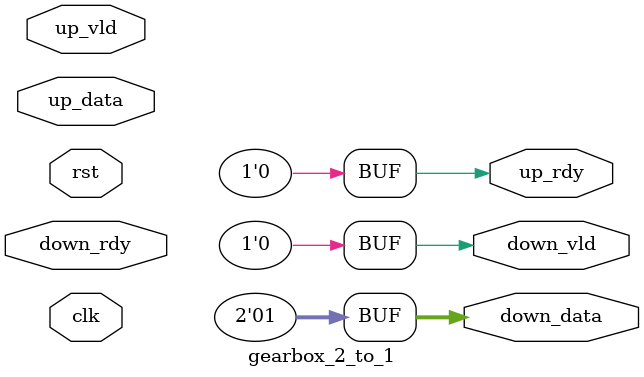
<source format=sv>
module gearbox_2_to_1
# (
  parameter width = 0
)
(
  input                    clk,
  input                    rst,

  input                    up_vld,    // upstream
  output                   up_rdy,
  input  [2 * width - 1:0] up_data,

  output                   down_vld,  // downstream
  input                    down_rdy,
  output [    width - 1:0] down_data
);

  assign { up_rdy, down_vld, down_data } = { 1'b1, 1'b1, "A" };

endmodule

</source>
